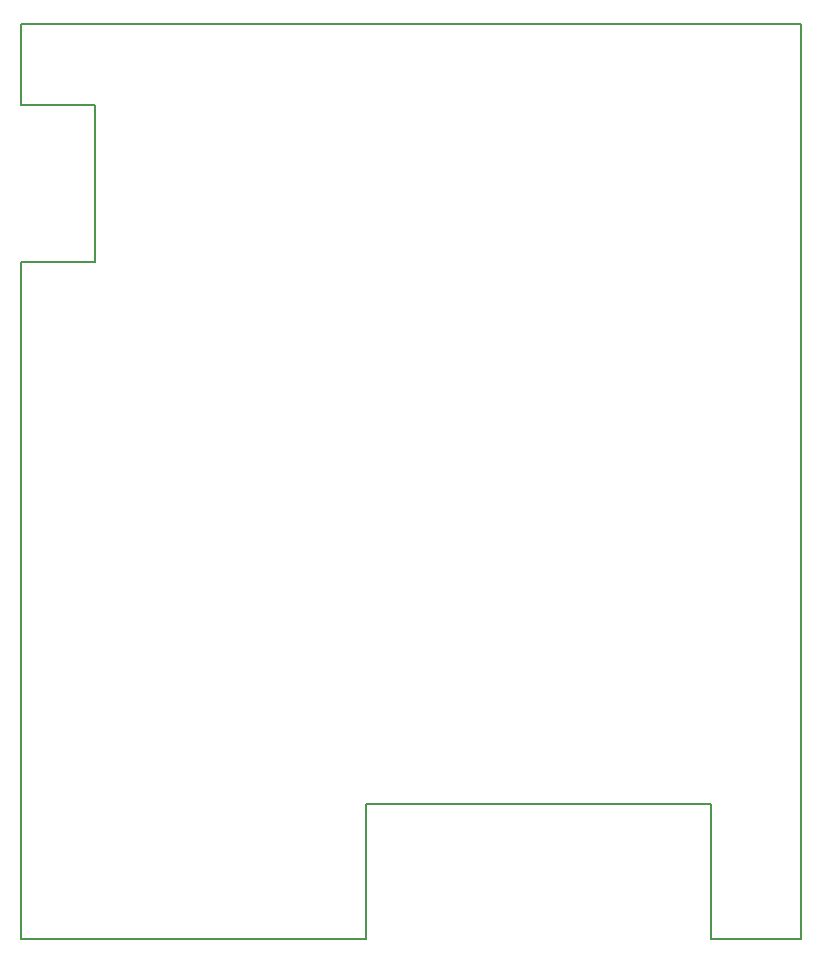
<source format=gbr>
G04 #@! TF.GenerationSoftware,KiCad,Pcbnew,5.0.2+dfsg1-1~bpo9+1*
G04 #@! TF.CreationDate,2019-02-15T20:18:05-06:00*
G04 #@! TF.ProjectId,BatteryBoard,42617474-6572-4794-926f-6172642e6b69,rev?*
G04 #@! TF.SameCoordinates,Original*
G04 #@! TF.FileFunction,Profile,NP*
%FSLAX46Y46*%
G04 Gerber Fmt 4.6, Leading zero omitted, Abs format (unit mm)*
G04 Created by KiCad (PCBNEW 5.0.2+dfsg1-1~bpo9+1) date vie 15 feb 2019 20:18:05 CST*
%MOMM*%
%LPD*%
G01*
G04 APERTURE LIST*
%ADD10C,0.200000*%
%ADD11C,0.150000*%
G04 APERTURE END LIST*
D10*
X90182700Y-69888100D02*
X90182700Y-69875400D01*
X90182700Y-76746100D02*
X90182700Y-69888100D01*
D11*
X96418400Y-76746100D02*
X90182700Y-76746100D01*
X96418400Y-90000000D02*
X96418400Y-76746100D01*
X90170000Y-90000000D02*
X96418400Y-90000000D01*
D10*
X119380000Y-135890000D02*
X119380000Y-147320000D01*
X148590000Y-135890000D02*
X119380000Y-135890000D01*
X148590000Y-147320000D02*
X148590000Y-135890000D01*
X156210000Y-147320000D02*
X148590000Y-147320000D01*
D11*
X90170000Y-90000000D02*
X90170000Y-147320000D01*
X90170000Y-69850000D02*
X156210000Y-69850000D01*
X156210000Y-69850000D02*
X156210000Y-147320000D01*
D10*
X90170000Y-147320000D02*
X119380000Y-147320000D01*
M02*

</source>
